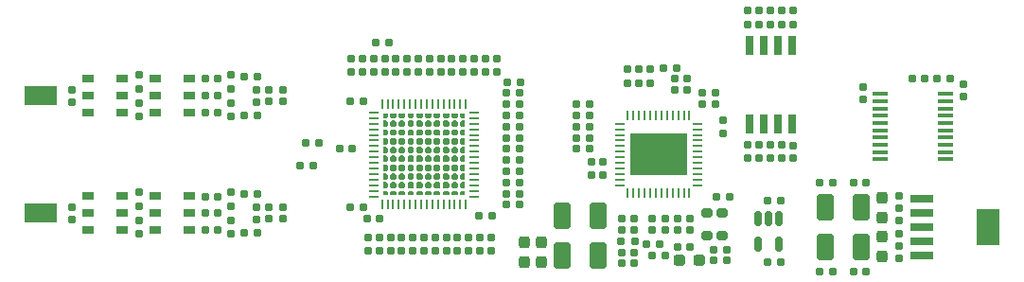
<source format=gtp>
G04 #@! TF.GenerationSoftware,KiCad,Pcbnew,8.0.3*
G04 #@! TF.CreationDate,2024-06-24T09:54:46+02:00*
G04 #@! TF.ProjectId,Phase Amplitude Detector,50686173-6520-4416-9d70-6c6974756465,rev?*
G04 #@! TF.SameCoordinates,Original*
G04 #@! TF.FileFunction,Paste,Top*
G04 #@! TF.FilePolarity,Positive*
%FSLAX46Y46*%
G04 Gerber Fmt 4.6, Leading zero omitted, Abs format (unit mm)*
G04 Created by KiCad (PCBNEW 8.0.3) date 2024-06-24 09:54:46*
%MOMM*%
%LPD*%
G01*
G04 APERTURE LIST*
G04 Aperture macros list*
%AMRoundRect*
0 Rectangle with rounded corners*
0 $1 Rounding radius*
0 $2 $3 $4 $5 $6 $7 $8 $9 X,Y pos of 4 corners*
0 Add a 4 corners polygon primitive as box body*
4,1,4,$2,$3,$4,$5,$6,$7,$8,$9,$2,$3,0*
0 Add four circle primitives for the rounded corners*
1,1,$1+$1,$2,$3*
1,1,$1+$1,$4,$5*
1,1,$1+$1,$6,$7*
1,1,$1+$1,$8,$9*
0 Add four rect primitives between the rounded corners*
20,1,$1+$1,$2,$3,$4,$5,0*
20,1,$1+$1,$4,$5,$6,$7,0*
20,1,$1+$1,$6,$7,$8,$9,0*
20,1,$1+$1,$8,$9,$2,$3,0*%
G04 Aperture macros list end*
%ADD10C,0.000000*%
%ADD11RoundRect,0.155000X-0.212500X-0.155000X0.212500X-0.155000X0.212500X0.155000X-0.212500X0.155000X0*%
%ADD12RoundRect,0.160000X0.197500X0.160000X-0.197500X0.160000X-0.197500X-0.160000X0.197500X-0.160000X0*%
%ADD13RoundRect,0.160000X-0.197500X-0.160000X0.197500X-0.160000X0.197500X0.160000X-0.197500X0.160000X0*%
%ADD14RoundRect,0.160000X-0.160000X0.197500X-0.160000X-0.197500X0.160000X-0.197500X0.160000X0.197500X0*%
%ADD15R,1.140000X0.760000*%
%ADD16RoundRect,0.160000X0.160000X-0.197500X0.160000X0.197500X-0.160000X0.197500X-0.160000X-0.197500X0*%
%ADD17RoundRect,0.250001X-0.499999X-0.924999X0.499999X-0.924999X0.499999X0.924999X-0.499999X0.924999X0*%
%ADD18RoundRect,0.155000X-0.155000X0.212500X-0.155000X-0.212500X0.155000X-0.212500X0.155000X0.212500X0*%
%ADD19RoundRect,0.250001X0.499999X0.924999X-0.499999X0.924999X-0.499999X-0.924999X0.499999X-0.924999X0*%
%ADD20RoundRect,0.237500X0.287500X0.237500X-0.287500X0.237500X-0.287500X-0.237500X0.287500X-0.237500X0*%
%ADD21RoundRect,0.155000X0.212500X0.155000X-0.212500X0.155000X-0.212500X-0.155000X0.212500X-0.155000X0*%
%ADD22RoundRect,0.155000X0.155000X-0.212500X0.155000X0.212500X-0.155000X0.212500X-0.155000X-0.212500X0*%
%ADD23R,3.000000X1.750000*%
%ADD24R,0.280000X0.850000*%
%ADD25R,0.850000X0.280000*%
%ADD26R,0.650000X1.785000*%
%ADD27RoundRect,0.150000X-0.150000X0.512500X-0.150000X-0.512500X0.150000X-0.512500X0.150000X0.512500X0*%
%ADD28RoundRect,0.237500X0.237500X-0.287500X0.237500X0.287500X-0.237500X0.287500X-0.237500X-0.287500X0*%
%ADD29R,1.475000X0.450000*%
%ADD30RoundRect,0.237500X-0.237500X0.287500X-0.237500X-0.287500X0.237500X-0.287500X0.237500X0.287500X0*%
%ADD31R,2.000000X0.650000*%
%ADD32R,2.000000X3.200000*%
%ADD33R,0.254800X0.857199*%
%ADD34R,0.857199X0.254800*%
%ADD35R,5.080000X3.810000*%
%ADD36RoundRect,0.200000X0.300000X0.200000X-0.300000X0.200000X-0.300000X-0.200000X0.300000X-0.200000X0*%
G04 APERTURE END LIST*
D10*
G36*
X89994239Y-60597819D02*
G01*
X89852818Y-60739240D01*
X89618769Y-60739240D01*
X89618769Y-60363770D01*
X89994239Y-60363770D01*
X89994239Y-60597819D01*
G37*
G36*
X89994239Y-67379861D02*
G01*
X89994239Y-67613910D01*
X89618769Y-67613910D01*
X89618769Y-67238440D01*
X89852818Y-67238440D01*
X89994239Y-67379861D01*
G37*
G36*
X96868909Y-60739240D02*
G01*
X96634860Y-60739240D01*
X96493439Y-60597819D01*
X96493439Y-60363770D01*
X96868909Y-60363770D01*
X96868909Y-60739240D01*
G37*
G36*
X96868909Y-67613910D02*
G01*
X96493439Y-67613910D01*
X96493439Y-67379861D01*
X96634860Y-67238440D01*
X96868909Y-67238440D01*
X96868909Y-67613910D01*
G37*
G36*
X89994239Y-61080661D02*
G01*
X89994239Y-61385219D01*
X89852818Y-61526640D01*
X89618769Y-61526640D01*
X89618769Y-60939240D01*
X89852818Y-60939240D01*
X89994239Y-61080661D01*
G37*
G36*
X89994239Y-61868061D02*
G01*
X89994239Y-62172619D01*
X89852818Y-62314040D01*
X89618769Y-62314040D01*
X89618769Y-61726640D01*
X89852818Y-61726640D01*
X89994239Y-61868061D01*
G37*
G36*
X89994239Y-62655461D02*
G01*
X89994239Y-62960019D01*
X89852818Y-63101440D01*
X89618769Y-63101440D01*
X89618769Y-62514040D01*
X89852818Y-62514040D01*
X89994239Y-62655461D01*
G37*
G36*
X89994239Y-63442861D02*
G01*
X89994239Y-63747419D01*
X89852818Y-63888840D01*
X89618769Y-63888840D01*
X89618769Y-63301440D01*
X89852818Y-63301440D01*
X89994239Y-63442861D01*
G37*
G36*
X89994239Y-64230261D02*
G01*
X89994239Y-64534819D01*
X89852818Y-64676240D01*
X89618769Y-64676240D01*
X89618769Y-64088840D01*
X89852818Y-64088840D01*
X89994239Y-64230261D01*
G37*
G36*
X89994239Y-65017661D02*
G01*
X89994239Y-65322219D01*
X89852818Y-65463640D01*
X89618769Y-65463640D01*
X89618769Y-64876240D01*
X89852818Y-64876240D01*
X89994239Y-65017661D01*
G37*
G36*
X89994239Y-65805061D02*
G01*
X89994239Y-66109619D01*
X89852818Y-66251040D01*
X89618769Y-66251040D01*
X89618769Y-65663640D01*
X89852818Y-65663640D01*
X89994239Y-65805061D01*
G37*
G36*
X89994239Y-66592461D02*
G01*
X89994239Y-66897019D01*
X89852818Y-67038440D01*
X89618769Y-67038440D01*
X89618769Y-66451040D01*
X89852818Y-66451040D01*
X89994239Y-66592461D01*
G37*
G36*
X90781639Y-60597819D02*
G01*
X90640218Y-60739240D01*
X90335660Y-60739240D01*
X90194239Y-60597819D01*
X90194239Y-60363770D01*
X90781639Y-60363770D01*
X90781639Y-60597819D01*
G37*
G36*
X90781639Y-67379861D02*
G01*
X90781639Y-67613910D01*
X90194239Y-67613910D01*
X90194239Y-67379861D01*
X90335660Y-67238440D01*
X90640218Y-67238440D01*
X90781639Y-67379861D01*
G37*
G36*
X91569039Y-60597819D02*
G01*
X91427618Y-60739240D01*
X91123060Y-60739240D01*
X90981639Y-60597819D01*
X90981639Y-60363770D01*
X91569039Y-60363770D01*
X91569039Y-60597819D01*
G37*
G36*
X91569039Y-67379861D02*
G01*
X91569039Y-67613910D01*
X90981639Y-67613910D01*
X90981639Y-67379861D01*
X91123060Y-67238440D01*
X91427618Y-67238440D01*
X91569039Y-67379861D01*
G37*
G36*
X92356439Y-60597819D02*
G01*
X92215018Y-60739240D01*
X91910460Y-60739240D01*
X91769039Y-60597819D01*
X91769039Y-60363770D01*
X92356439Y-60363770D01*
X92356439Y-60597819D01*
G37*
G36*
X92356439Y-67379861D02*
G01*
X92356439Y-67613910D01*
X91769039Y-67613910D01*
X91769039Y-67379861D01*
X91910460Y-67238440D01*
X92215018Y-67238440D01*
X92356439Y-67379861D01*
G37*
G36*
X93143839Y-60597819D02*
G01*
X93002418Y-60739240D01*
X92697860Y-60739240D01*
X92556439Y-60597819D01*
X92556439Y-60363770D01*
X93143839Y-60363770D01*
X93143839Y-60597819D01*
G37*
G36*
X93143839Y-67379861D02*
G01*
X93143839Y-67613910D01*
X92556439Y-67613910D01*
X92556439Y-67379861D01*
X92697860Y-67238440D01*
X93002418Y-67238440D01*
X93143839Y-67379861D01*
G37*
G36*
X93931239Y-60597819D02*
G01*
X93789818Y-60739240D01*
X93485260Y-60739240D01*
X93343839Y-60597819D01*
X93343839Y-60363770D01*
X93931239Y-60363770D01*
X93931239Y-60597819D01*
G37*
G36*
X93931239Y-67379861D02*
G01*
X93931239Y-67613910D01*
X93343839Y-67613910D01*
X93343839Y-67379861D01*
X93485260Y-67238440D01*
X93789818Y-67238440D01*
X93931239Y-67379861D01*
G37*
G36*
X94718639Y-60597819D02*
G01*
X94577218Y-60739240D01*
X94272660Y-60739240D01*
X94131239Y-60597819D01*
X94131239Y-60363770D01*
X94718639Y-60363770D01*
X94718639Y-60597819D01*
G37*
G36*
X94718639Y-67379861D02*
G01*
X94718639Y-67613910D01*
X94131239Y-67613910D01*
X94131239Y-67379861D01*
X94272660Y-67238440D01*
X94577218Y-67238440D01*
X94718639Y-67379861D01*
G37*
G36*
X95506039Y-60597819D02*
G01*
X95364618Y-60739240D01*
X95060060Y-60739240D01*
X94918639Y-60597819D01*
X94918639Y-60363770D01*
X95506039Y-60363770D01*
X95506039Y-60597819D01*
G37*
G36*
X95506039Y-67379861D02*
G01*
X95506039Y-67613910D01*
X94918639Y-67613910D01*
X94918639Y-67379861D01*
X95060060Y-67238440D01*
X95364618Y-67238440D01*
X95506039Y-67379861D01*
G37*
G36*
X96293439Y-60597819D02*
G01*
X96152018Y-60739240D01*
X95847460Y-60739240D01*
X95706039Y-60597819D01*
X95706039Y-60363770D01*
X96293439Y-60363770D01*
X96293439Y-60597819D01*
G37*
G36*
X96293439Y-67379861D02*
G01*
X96293439Y-67613910D01*
X95706039Y-67613910D01*
X95706039Y-67379861D01*
X95847460Y-67238440D01*
X96152018Y-67238440D01*
X96293439Y-67379861D01*
G37*
G36*
X96868909Y-61526640D02*
G01*
X96634860Y-61526640D01*
X96493439Y-61385219D01*
X96493439Y-61080661D01*
X96634860Y-60939240D01*
X96868909Y-60939240D01*
X96868909Y-61526640D01*
G37*
G36*
X96868909Y-62314040D02*
G01*
X96634860Y-62314040D01*
X96493439Y-62172619D01*
X96493439Y-61868061D01*
X96634860Y-61726640D01*
X96868909Y-61726640D01*
X96868909Y-62314040D01*
G37*
G36*
X96868909Y-63101440D02*
G01*
X96634860Y-63101440D01*
X96493439Y-62960019D01*
X96493439Y-62655461D01*
X96634860Y-62514040D01*
X96868909Y-62514040D01*
X96868909Y-63101440D01*
G37*
G36*
X96868909Y-63888840D02*
G01*
X96634860Y-63888840D01*
X96493439Y-63747419D01*
X96493439Y-63442861D01*
X96634860Y-63301440D01*
X96868909Y-63301440D01*
X96868909Y-63888840D01*
G37*
G36*
X96868909Y-64676240D02*
G01*
X96634860Y-64676240D01*
X96493439Y-64534819D01*
X96493439Y-64230261D01*
X96634860Y-64088840D01*
X96868909Y-64088840D01*
X96868909Y-64676240D01*
G37*
G36*
X96868909Y-65463640D02*
G01*
X96634860Y-65463640D01*
X96493439Y-65322219D01*
X96493439Y-65017661D01*
X96634860Y-64876240D01*
X96868909Y-64876240D01*
X96868909Y-65463640D01*
G37*
G36*
X96868909Y-66251040D02*
G01*
X96634860Y-66251040D01*
X96493439Y-66109619D01*
X96493439Y-65805061D01*
X96634860Y-65663640D01*
X96868909Y-65663640D01*
X96868909Y-66251040D01*
G37*
G36*
X96868909Y-67038440D02*
G01*
X96634860Y-67038440D01*
X96493439Y-66897019D01*
X96493439Y-66592461D01*
X96634860Y-66451040D01*
X96868909Y-66451040D01*
X96868909Y-67038440D01*
G37*
G36*
X90781639Y-61080661D02*
G01*
X90781639Y-61385219D01*
X90640218Y-61526640D01*
X90335660Y-61526640D01*
X90194239Y-61385219D01*
X90194239Y-61080661D01*
X90335660Y-60939240D01*
X90640218Y-60939240D01*
X90781639Y-61080661D01*
G37*
G36*
X90781639Y-61868061D02*
G01*
X90781639Y-62172619D01*
X90640218Y-62314040D01*
X90335660Y-62314040D01*
X90194239Y-62172619D01*
X90194239Y-61868061D01*
X90335660Y-61726640D01*
X90640218Y-61726640D01*
X90781639Y-61868061D01*
G37*
G36*
X90781639Y-62655461D02*
G01*
X90781639Y-62960019D01*
X90640218Y-63101440D01*
X90335660Y-63101440D01*
X90194239Y-62960019D01*
X90194239Y-62655461D01*
X90335660Y-62514040D01*
X90640218Y-62514040D01*
X90781639Y-62655461D01*
G37*
G36*
X90781639Y-63442861D02*
G01*
X90781639Y-63747419D01*
X90640218Y-63888840D01*
X90335660Y-63888840D01*
X90194239Y-63747419D01*
X90194239Y-63442861D01*
X90335660Y-63301440D01*
X90640218Y-63301440D01*
X90781639Y-63442861D01*
G37*
G36*
X90781639Y-64230261D02*
G01*
X90781639Y-64534819D01*
X90640218Y-64676240D01*
X90335660Y-64676240D01*
X90194239Y-64534819D01*
X90194239Y-64230261D01*
X90335660Y-64088840D01*
X90640218Y-64088840D01*
X90781639Y-64230261D01*
G37*
G36*
X90781639Y-65017661D02*
G01*
X90781639Y-65322219D01*
X90640218Y-65463640D01*
X90335660Y-65463640D01*
X90194239Y-65322219D01*
X90194239Y-65017661D01*
X90335660Y-64876240D01*
X90640218Y-64876240D01*
X90781639Y-65017661D01*
G37*
G36*
X90781639Y-65805061D02*
G01*
X90781639Y-66109619D01*
X90640218Y-66251040D01*
X90335660Y-66251040D01*
X90194239Y-66109619D01*
X90194239Y-65805061D01*
X90335660Y-65663640D01*
X90640218Y-65663640D01*
X90781639Y-65805061D01*
G37*
G36*
X90781639Y-66592461D02*
G01*
X90781639Y-66897019D01*
X90640218Y-67038440D01*
X90335660Y-67038440D01*
X90194239Y-66897019D01*
X90194239Y-66592461D01*
X90335660Y-66451040D01*
X90640218Y-66451040D01*
X90781639Y-66592461D01*
G37*
G36*
X91569039Y-61080661D02*
G01*
X91569039Y-61385219D01*
X91427618Y-61526640D01*
X91123060Y-61526640D01*
X90981639Y-61385219D01*
X90981639Y-61080661D01*
X91123060Y-60939240D01*
X91427618Y-60939240D01*
X91569039Y-61080661D01*
G37*
G36*
X91569039Y-61868061D02*
G01*
X91569039Y-62172619D01*
X91427618Y-62314040D01*
X91123060Y-62314040D01*
X90981639Y-62172619D01*
X90981639Y-61868061D01*
X91123060Y-61726640D01*
X91427618Y-61726640D01*
X91569039Y-61868061D01*
G37*
G36*
X91569039Y-62655461D02*
G01*
X91569039Y-62960019D01*
X91427618Y-63101440D01*
X91123060Y-63101440D01*
X90981639Y-62960019D01*
X90981639Y-62655461D01*
X91123060Y-62514040D01*
X91427618Y-62514040D01*
X91569039Y-62655461D01*
G37*
G36*
X91569039Y-63442861D02*
G01*
X91569039Y-63747419D01*
X91427618Y-63888840D01*
X91123060Y-63888840D01*
X90981639Y-63747419D01*
X90981639Y-63442861D01*
X91123060Y-63301440D01*
X91427618Y-63301440D01*
X91569039Y-63442861D01*
G37*
G36*
X91569039Y-64230261D02*
G01*
X91569039Y-64534819D01*
X91427618Y-64676240D01*
X91123060Y-64676240D01*
X90981639Y-64534819D01*
X90981639Y-64230261D01*
X91123060Y-64088840D01*
X91427618Y-64088840D01*
X91569039Y-64230261D01*
G37*
G36*
X91569039Y-65017661D02*
G01*
X91569039Y-65322219D01*
X91427618Y-65463640D01*
X91123060Y-65463640D01*
X90981639Y-65322219D01*
X90981639Y-65017661D01*
X91123060Y-64876240D01*
X91427618Y-64876240D01*
X91569039Y-65017661D01*
G37*
G36*
X91569039Y-65805061D02*
G01*
X91569039Y-66109619D01*
X91427618Y-66251040D01*
X91123060Y-66251040D01*
X90981639Y-66109619D01*
X90981639Y-65805061D01*
X91123060Y-65663640D01*
X91427618Y-65663640D01*
X91569039Y-65805061D01*
G37*
G36*
X91569039Y-66592461D02*
G01*
X91569039Y-66897019D01*
X91427618Y-67038440D01*
X91123060Y-67038440D01*
X90981639Y-66897019D01*
X90981639Y-66592461D01*
X91123060Y-66451040D01*
X91427618Y-66451040D01*
X91569039Y-66592461D01*
G37*
G36*
X92356439Y-61080661D02*
G01*
X92356439Y-61385219D01*
X92215018Y-61526640D01*
X91910460Y-61526640D01*
X91769039Y-61385219D01*
X91769039Y-61080661D01*
X91910460Y-60939240D01*
X92215018Y-60939240D01*
X92356439Y-61080661D01*
G37*
G36*
X92356439Y-61868061D02*
G01*
X92356439Y-62172619D01*
X92215018Y-62314040D01*
X91910460Y-62314040D01*
X91769039Y-62172619D01*
X91769039Y-61868061D01*
X91910460Y-61726640D01*
X92215018Y-61726640D01*
X92356439Y-61868061D01*
G37*
G36*
X92356439Y-62655461D02*
G01*
X92356439Y-62960019D01*
X92215018Y-63101440D01*
X91910460Y-63101440D01*
X91769039Y-62960019D01*
X91769039Y-62655461D01*
X91910460Y-62514040D01*
X92215018Y-62514040D01*
X92356439Y-62655461D01*
G37*
G36*
X92356439Y-63442861D02*
G01*
X92356439Y-63747419D01*
X92215018Y-63888840D01*
X91910460Y-63888840D01*
X91769039Y-63747419D01*
X91769039Y-63442861D01*
X91910460Y-63301440D01*
X92215018Y-63301440D01*
X92356439Y-63442861D01*
G37*
G36*
X92356439Y-64230261D02*
G01*
X92356439Y-64534819D01*
X92215018Y-64676240D01*
X91910460Y-64676240D01*
X91769039Y-64534819D01*
X91769039Y-64230261D01*
X91910460Y-64088840D01*
X92215018Y-64088840D01*
X92356439Y-64230261D01*
G37*
G36*
X92356439Y-65017661D02*
G01*
X92356439Y-65322219D01*
X92215018Y-65463640D01*
X91910460Y-65463640D01*
X91769039Y-65322219D01*
X91769039Y-65017661D01*
X91910460Y-64876240D01*
X92215018Y-64876240D01*
X92356439Y-65017661D01*
G37*
G36*
X92356439Y-65805061D02*
G01*
X92356439Y-66109619D01*
X92215018Y-66251040D01*
X91910460Y-66251040D01*
X91769039Y-66109619D01*
X91769039Y-65805061D01*
X91910460Y-65663640D01*
X92215018Y-65663640D01*
X92356439Y-65805061D01*
G37*
G36*
X92356439Y-66592461D02*
G01*
X92356439Y-66897019D01*
X92215018Y-67038440D01*
X91910460Y-67038440D01*
X91769039Y-66897019D01*
X91769039Y-66592461D01*
X91910460Y-66451040D01*
X92215018Y-66451040D01*
X92356439Y-66592461D01*
G37*
G36*
X93143839Y-61080661D02*
G01*
X93143839Y-61385219D01*
X93002418Y-61526640D01*
X92697860Y-61526640D01*
X92556439Y-61385219D01*
X92556439Y-61080661D01*
X92697860Y-60939240D01*
X93002418Y-60939240D01*
X93143839Y-61080661D01*
G37*
G36*
X93143839Y-61868061D02*
G01*
X93143839Y-62172619D01*
X93002418Y-62314040D01*
X92697860Y-62314040D01*
X92556439Y-62172619D01*
X92556439Y-61868061D01*
X92697860Y-61726640D01*
X93002418Y-61726640D01*
X93143839Y-61868061D01*
G37*
G36*
X93143839Y-62655461D02*
G01*
X93143839Y-62960019D01*
X93002418Y-63101440D01*
X92697860Y-63101440D01*
X92556439Y-62960019D01*
X92556439Y-62655461D01*
X92697860Y-62514040D01*
X93002418Y-62514040D01*
X93143839Y-62655461D01*
G37*
G36*
X93143839Y-63442861D02*
G01*
X93143839Y-63747419D01*
X93002418Y-63888840D01*
X92697860Y-63888840D01*
X92556439Y-63747419D01*
X92556439Y-63442861D01*
X92697860Y-63301440D01*
X93002418Y-63301440D01*
X93143839Y-63442861D01*
G37*
G36*
X93143839Y-64230261D02*
G01*
X93143839Y-64534819D01*
X93002418Y-64676240D01*
X92697860Y-64676240D01*
X92556439Y-64534819D01*
X92556439Y-64230261D01*
X92697860Y-64088840D01*
X93002418Y-64088840D01*
X93143839Y-64230261D01*
G37*
G36*
X93143839Y-65017661D02*
G01*
X93143839Y-65322219D01*
X93002418Y-65463640D01*
X92697860Y-65463640D01*
X92556439Y-65322219D01*
X92556439Y-65017661D01*
X92697860Y-64876240D01*
X93002418Y-64876240D01*
X93143839Y-65017661D01*
G37*
G36*
X93143839Y-65805061D02*
G01*
X93143839Y-66109619D01*
X93002418Y-66251040D01*
X92697860Y-66251040D01*
X92556439Y-66109619D01*
X92556439Y-65805061D01*
X92697860Y-65663640D01*
X93002418Y-65663640D01*
X93143839Y-65805061D01*
G37*
G36*
X93143839Y-66592461D02*
G01*
X93143839Y-66897019D01*
X93002418Y-67038440D01*
X92697860Y-67038440D01*
X92556439Y-66897019D01*
X92556439Y-66592461D01*
X92697860Y-66451040D01*
X93002418Y-66451040D01*
X93143839Y-66592461D01*
G37*
G36*
X93931239Y-61080661D02*
G01*
X93931239Y-61385219D01*
X93789818Y-61526640D01*
X93485260Y-61526640D01*
X93343839Y-61385219D01*
X93343839Y-61080661D01*
X93485260Y-60939240D01*
X93789818Y-60939240D01*
X93931239Y-61080661D01*
G37*
G36*
X93931239Y-61868061D02*
G01*
X93931239Y-62172619D01*
X93789818Y-62314040D01*
X93485260Y-62314040D01*
X93343839Y-62172619D01*
X93343839Y-61868061D01*
X93485260Y-61726640D01*
X93789818Y-61726640D01*
X93931239Y-61868061D01*
G37*
G36*
X93931239Y-62655461D02*
G01*
X93931239Y-62960019D01*
X93789818Y-63101440D01*
X93485260Y-63101440D01*
X93343839Y-62960019D01*
X93343839Y-62655461D01*
X93485260Y-62514040D01*
X93789818Y-62514040D01*
X93931239Y-62655461D01*
G37*
G36*
X93931239Y-63442861D02*
G01*
X93931239Y-63747419D01*
X93789818Y-63888840D01*
X93485260Y-63888840D01*
X93343839Y-63747419D01*
X93343839Y-63442861D01*
X93485260Y-63301440D01*
X93789818Y-63301440D01*
X93931239Y-63442861D01*
G37*
G36*
X93931239Y-64230261D02*
G01*
X93931239Y-64534819D01*
X93789818Y-64676240D01*
X93485260Y-64676240D01*
X93343839Y-64534819D01*
X93343839Y-64230261D01*
X93485260Y-64088840D01*
X93789818Y-64088840D01*
X93931239Y-64230261D01*
G37*
G36*
X93931239Y-65017661D02*
G01*
X93931239Y-65322219D01*
X93789818Y-65463640D01*
X93485260Y-65463640D01*
X93343839Y-65322219D01*
X93343839Y-65017661D01*
X93485260Y-64876240D01*
X93789818Y-64876240D01*
X93931239Y-65017661D01*
G37*
G36*
X93931239Y-65805061D02*
G01*
X93931239Y-66109619D01*
X93789818Y-66251040D01*
X93485260Y-66251040D01*
X93343839Y-66109619D01*
X93343839Y-65805061D01*
X93485260Y-65663640D01*
X93789818Y-65663640D01*
X93931239Y-65805061D01*
G37*
G36*
X93931239Y-66592461D02*
G01*
X93931239Y-66897019D01*
X93789818Y-67038440D01*
X93485260Y-67038440D01*
X93343839Y-66897019D01*
X93343839Y-66592461D01*
X93485260Y-66451040D01*
X93789818Y-66451040D01*
X93931239Y-66592461D01*
G37*
G36*
X94718639Y-61080661D02*
G01*
X94718639Y-61385219D01*
X94577218Y-61526640D01*
X94272660Y-61526640D01*
X94131239Y-61385219D01*
X94131239Y-61080661D01*
X94272660Y-60939240D01*
X94577218Y-60939240D01*
X94718639Y-61080661D01*
G37*
G36*
X94718639Y-61868061D02*
G01*
X94718639Y-62172619D01*
X94577218Y-62314040D01*
X94272660Y-62314040D01*
X94131239Y-62172619D01*
X94131239Y-61868061D01*
X94272660Y-61726640D01*
X94577218Y-61726640D01*
X94718639Y-61868061D01*
G37*
G36*
X94718639Y-62655461D02*
G01*
X94718639Y-62960019D01*
X94577218Y-63101440D01*
X94272660Y-63101440D01*
X94131239Y-62960019D01*
X94131239Y-62655461D01*
X94272660Y-62514040D01*
X94577218Y-62514040D01*
X94718639Y-62655461D01*
G37*
G36*
X94718639Y-63442861D02*
G01*
X94718639Y-63747419D01*
X94577218Y-63888840D01*
X94272660Y-63888840D01*
X94131239Y-63747419D01*
X94131239Y-63442861D01*
X94272660Y-63301440D01*
X94577218Y-63301440D01*
X94718639Y-63442861D01*
G37*
G36*
X94718639Y-64230261D02*
G01*
X94718639Y-64534819D01*
X94577218Y-64676240D01*
X94272660Y-64676240D01*
X94131239Y-64534819D01*
X94131239Y-64230261D01*
X94272660Y-64088840D01*
X94577218Y-64088840D01*
X94718639Y-64230261D01*
G37*
G36*
X94718639Y-65017661D02*
G01*
X94718639Y-65322219D01*
X94577218Y-65463640D01*
X94272660Y-65463640D01*
X94131239Y-65322219D01*
X94131239Y-65017661D01*
X94272660Y-64876240D01*
X94577218Y-64876240D01*
X94718639Y-65017661D01*
G37*
G36*
X94718639Y-65805061D02*
G01*
X94718639Y-66109619D01*
X94577218Y-66251040D01*
X94272660Y-66251040D01*
X94131239Y-66109619D01*
X94131239Y-65805061D01*
X94272660Y-65663640D01*
X94577218Y-65663640D01*
X94718639Y-65805061D01*
G37*
G36*
X94718639Y-66592461D02*
G01*
X94718639Y-66897019D01*
X94577218Y-67038440D01*
X94272660Y-67038440D01*
X94131239Y-66897019D01*
X94131239Y-66592461D01*
X94272660Y-66451040D01*
X94577218Y-66451040D01*
X94718639Y-66592461D01*
G37*
G36*
X95506039Y-61080661D02*
G01*
X95506039Y-61385219D01*
X95364618Y-61526640D01*
X95060060Y-61526640D01*
X94918639Y-61385219D01*
X94918639Y-61080661D01*
X95060060Y-60939240D01*
X95364618Y-60939240D01*
X95506039Y-61080661D01*
G37*
G36*
X95506039Y-61868061D02*
G01*
X95506039Y-62172619D01*
X95364618Y-62314040D01*
X95060060Y-62314040D01*
X94918639Y-62172619D01*
X94918639Y-61868061D01*
X95060060Y-61726640D01*
X95364618Y-61726640D01*
X95506039Y-61868061D01*
G37*
G36*
X95506039Y-62655461D02*
G01*
X95506039Y-62960019D01*
X95364618Y-63101440D01*
X95060060Y-63101440D01*
X94918639Y-62960019D01*
X94918639Y-62655461D01*
X95060060Y-62514040D01*
X95364618Y-62514040D01*
X95506039Y-62655461D01*
G37*
G36*
X95506039Y-63442861D02*
G01*
X95506039Y-63747419D01*
X95364618Y-63888840D01*
X95060060Y-63888840D01*
X94918639Y-63747419D01*
X94918639Y-63442861D01*
X95060060Y-63301440D01*
X95364618Y-63301440D01*
X95506039Y-63442861D01*
G37*
G36*
X95506039Y-64230261D02*
G01*
X95506039Y-64534819D01*
X95364618Y-64676240D01*
X95060060Y-64676240D01*
X94918639Y-64534819D01*
X94918639Y-64230261D01*
X95060060Y-64088840D01*
X95364618Y-64088840D01*
X95506039Y-64230261D01*
G37*
G36*
X95506039Y-65017661D02*
G01*
X95506039Y-65322219D01*
X95364618Y-65463640D01*
X95060060Y-65463640D01*
X94918639Y-65322219D01*
X94918639Y-65017661D01*
X95060060Y-64876240D01*
X95364618Y-64876240D01*
X95506039Y-65017661D01*
G37*
G36*
X95506039Y-65805061D02*
G01*
X95506039Y-66109619D01*
X95364618Y-66251040D01*
X95060060Y-66251040D01*
X94918639Y-66109619D01*
X94918639Y-65805061D01*
X95060060Y-65663640D01*
X95364618Y-65663640D01*
X95506039Y-65805061D01*
G37*
G36*
X95506039Y-66592461D02*
G01*
X95506039Y-66897019D01*
X95364618Y-67038440D01*
X95060060Y-67038440D01*
X94918639Y-66897019D01*
X94918639Y-66592461D01*
X95060060Y-66451040D01*
X95364618Y-66451040D01*
X95506039Y-66592461D01*
G37*
G36*
X96293439Y-61080661D02*
G01*
X96293439Y-61385219D01*
X96152018Y-61526640D01*
X95847460Y-61526640D01*
X95706039Y-61385219D01*
X95706039Y-61080661D01*
X95847460Y-60939240D01*
X96152018Y-60939240D01*
X96293439Y-61080661D01*
G37*
G36*
X96293439Y-61868061D02*
G01*
X96293439Y-62172619D01*
X96152018Y-62314040D01*
X95847460Y-62314040D01*
X95706039Y-62172619D01*
X95706039Y-61868061D01*
X95847460Y-61726640D01*
X96152018Y-61726640D01*
X96293439Y-61868061D01*
G37*
G36*
X96293439Y-62655461D02*
G01*
X96293439Y-62960019D01*
X96152018Y-63101440D01*
X95847460Y-63101440D01*
X95706039Y-62960019D01*
X95706039Y-62655461D01*
X95847460Y-62514040D01*
X96152018Y-62514040D01*
X96293439Y-62655461D01*
G37*
G36*
X96293439Y-63442861D02*
G01*
X96293439Y-63747419D01*
X96152018Y-63888840D01*
X95847460Y-63888840D01*
X95706039Y-63747419D01*
X95706039Y-63442861D01*
X95847460Y-63301440D01*
X96152018Y-63301440D01*
X96293439Y-63442861D01*
G37*
G36*
X96293439Y-64230261D02*
G01*
X96293439Y-64534819D01*
X96152018Y-64676240D01*
X95847460Y-64676240D01*
X95706039Y-64534819D01*
X95706039Y-64230261D01*
X95847460Y-64088840D01*
X96152018Y-64088840D01*
X96293439Y-64230261D01*
G37*
G36*
X96293439Y-65017661D02*
G01*
X96293439Y-65322219D01*
X96152018Y-65463640D01*
X95847460Y-65463640D01*
X95706039Y-65322219D01*
X95706039Y-65017661D01*
X95847460Y-64876240D01*
X96152018Y-64876240D01*
X96293439Y-65017661D01*
G37*
G36*
X96293439Y-65805061D02*
G01*
X96293439Y-66109619D01*
X96152018Y-66251040D01*
X95847460Y-66251040D01*
X95706039Y-66109619D01*
X95706039Y-65805061D01*
X95847460Y-65663640D01*
X96152018Y-65663640D01*
X96293439Y-65805061D01*
G37*
G36*
X96293439Y-66592461D02*
G01*
X96293439Y-66897019D01*
X96152018Y-67038440D01*
X95847460Y-67038440D01*
X95706039Y-66897019D01*
X95706039Y-66592461D01*
X95847460Y-66451040D01*
X96152018Y-66451040D01*
X96293439Y-66592461D01*
G37*
G36*
X112873839Y-63253840D02*
G01*
X111803839Y-63253840D01*
X111803839Y-62183840D01*
X112873839Y-62183840D01*
X112873839Y-63253840D01*
G37*
G36*
X112873839Y-64523840D02*
G01*
X111803839Y-64523840D01*
X111803839Y-63453840D01*
X112873839Y-63453840D01*
X112873839Y-64523840D01*
G37*
G36*
X112873839Y-65793840D02*
G01*
X111803839Y-65793840D01*
X111803839Y-64723840D01*
X112873839Y-64723840D01*
X112873839Y-65793840D01*
G37*
G36*
X114143839Y-63253840D02*
G01*
X113073839Y-63253840D01*
X113073839Y-62183840D01*
X114143839Y-62183840D01*
X114143839Y-63253840D01*
G37*
G36*
X114143839Y-64523840D02*
G01*
X113073839Y-64523840D01*
X113073839Y-63453840D01*
X114143839Y-63453840D01*
X114143839Y-64523840D01*
G37*
G36*
X114143839Y-65793840D02*
G01*
X113073839Y-65793840D01*
X113073839Y-64723840D01*
X114143839Y-64723840D01*
X114143839Y-65793840D01*
G37*
G36*
X115413839Y-63253840D02*
G01*
X114343839Y-63253840D01*
X114343839Y-62183840D01*
X115413839Y-62183840D01*
X115413839Y-63253840D01*
G37*
G36*
X115413839Y-64523840D02*
G01*
X114343839Y-64523840D01*
X114343839Y-63453840D01*
X115413839Y-63453840D01*
X115413839Y-64523840D01*
G37*
G36*
X115413839Y-65793840D02*
G01*
X114343839Y-65793840D01*
X114343839Y-64723840D01*
X115413839Y-64723840D01*
X115413839Y-65793840D01*
G37*
G36*
X116683839Y-63253840D02*
G01*
X115613839Y-63253840D01*
X115613839Y-62183840D01*
X116683839Y-62183840D01*
X116683839Y-63253840D01*
G37*
G36*
X116683839Y-64523840D02*
G01*
X115613839Y-64523840D01*
X115613839Y-63453840D01*
X116683839Y-63453840D01*
X116683839Y-64523840D01*
G37*
G36*
X116683839Y-65793840D02*
G01*
X115613839Y-65793840D01*
X115613839Y-64723840D01*
X116683839Y-64723840D01*
X116683839Y-65793840D01*
G37*
D11*
X73676339Y-60238840D03*
X74811339Y-60238840D03*
D12*
X80591339Y-68738840D03*
X79396339Y-68738840D03*
D13*
X106896339Y-61488840D03*
X108091339Y-61488840D03*
D14*
X125243839Y-51141340D03*
X125243839Y-52336340D03*
X99743839Y-55391340D03*
X99743839Y-56586340D03*
X97243839Y-71391340D03*
X97243839Y-72586340D03*
X92743839Y-55391340D03*
X92743839Y-56586340D03*
D15*
X66269839Y-57218840D03*
X66269839Y-58738840D03*
X66269839Y-60258840D03*
X63219839Y-60258840D03*
X63219839Y-58738840D03*
X63219839Y-57218840D03*
D12*
X115841339Y-56238840D03*
X114646339Y-56238840D03*
D13*
X100646339Y-68488840D03*
X101841339Y-68488840D03*
D11*
X82176339Y-64988840D03*
X83311339Y-64988840D03*
D13*
X100646339Y-59488840D03*
X101841339Y-59488840D03*
D16*
X111493839Y-57586340D03*
X111493839Y-56391340D03*
D13*
X77146339Y-67488840D03*
X78341339Y-67488840D03*
D17*
X105618839Y-69488840D03*
X108868839Y-69488840D03*
D18*
X132493839Y-57921340D03*
X132493839Y-59056340D03*
X135743839Y-69921340D03*
X135743839Y-71056340D03*
D16*
X90243839Y-72586340D03*
X90243839Y-71391340D03*
D19*
X132368839Y-72238840D03*
X129118839Y-72238840D03*
D14*
X75993839Y-67391340D03*
X75993839Y-68586340D03*
X98743839Y-55391340D03*
X98743839Y-56586340D03*
D13*
X119396339Y-67738840D03*
X120591339Y-67738840D03*
D14*
X123243839Y-63141340D03*
X123243839Y-64336340D03*
X96243839Y-71391340D03*
X96243839Y-72586340D03*
D13*
X100646339Y-58488840D03*
X101841339Y-58488840D03*
D11*
X119176339Y-72488840D03*
X120311339Y-72488840D03*
D13*
X100646339Y-66488840D03*
X101841339Y-66488840D03*
D20*
X117868839Y-73488840D03*
X116118839Y-73488840D03*
D13*
X79396339Y-59238840D03*
X80591339Y-59238840D03*
D21*
X112061339Y-69738840D03*
X110926339Y-69738840D03*
D13*
X139146339Y-57238840D03*
X140341339Y-57238840D03*
D21*
X87811339Y-68738840D03*
X86676339Y-68738840D03*
D22*
X78243839Y-59306340D03*
X78243839Y-58171340D03*
D11*
X73676339Y-67738840D03*
X74811339Y-67738840D03*
D13*
X106896339Y-60488840D03*
X108091339Y-60488840D03*
D16*
X91243839Y-72586340D03*
X91243839Y-71391340D03*
D11*
X73676339Y-69238840D03*
X74811339Y-69238840D03*
D23*
X59000000Y-69238840D03*
D14*
X124243839Y-51141340D03*
X124243839Y-52336340D03*
D16*
X86743839Y-56586340D03*
X86743839Y-55391340D03*
X92243839Y-72586340D03*
X92243839Y-71391340D03*
D22*
X126243839Y-64306340D03*
X126243839Y-63171340D03*
D21*
X89311339Y-69738840D03*
X88176339Y-69738840D03*
D14*
X97743839Y-55391340D03*
X97743839Y-56586340D03*
D24*
X96993839Y-59513741D03*
X96493840Y-59513741D03*
X95993839Y-59513741D03*
X95493840Y-59513741D03*
X94993838Y-59513741D03*
X94493839Y-59513741D03*
X93993840Y-59513741D03*
X93493839Y-59513741D03*
X92993839Y-59513741D03*
X92493838Y-59513741D03*
X91993839Y-59513741D03*
X91493840Y-59513741D03*
X90993838Y-59513741D03*
X90493839Y-59513741D03*
X89993838Y-59513741D03*
X89493839Y-59513741D03*
D25*
X88768740Y-60237895D03*
X88768740Y-60738021D03*
X88768740Y-61238147D03*
X88768740Y-61738273D03*
X88768740Y-62238399D03*
X88768740Y-62738525D03*
X88768740Y-63238651D03*
X88768740Y-63738777D03*
X88768740Y-64238903D03*
X88768740Y-64739029D03*
X88768740Y-65239155D03*
X88768740Y-65739281D03*
X88768740Y-66239407D03*
X88768740Y-66739533D03*
X88768740Y-67239659D03*
X88768740Y-67739785D03*
D24*
X89493839Y-68463939D03*
X89993838Y-68463939D03*
X90493839Y-68463939D03*
X90993838Y-68463939D03*
X91493840Y-68463939D03*
X91993839Y-68463939D03*
X92493838Y-68463939D03*
X92993839Y-68463939D03*
X93493839Y-68463939D03*
X93993840Y-68463939D03*
X94493839Y-68463939D03*
X94993838Y-68463939D03*
X95493840Y-68463939D03*
X95993839Y-68463939D03*
X96493840Y-68463939D03*
X96993839Y-68463939D03*
D25*
X97718938Y-67739785D03*
X97718938Y-67239659D03*
X97718938Y-66739533D03*
X97718938Y-66239407D03*
X97718938Y-65739281D03*
X97718938Y-65239155D03*
X97718938Y-64739029D03*
X97718938Y-64238903D03*
X97718938Y-63738777D03*
X97718938Y-63238651D03*
X97718938Y-62738525D03*
X97718938Y-62238399D03*
X97718938Y-61738273D03*
X97718938Y-61238147D03*
X97718938Y-60738021D03*
X97718938Y-60237895D03*
D14*
X99243839Y-71391340D03*
X99243839Y-72586340D03*
D11*
X118176339Y-59488840D03*
X119311339Y-59488840D03*
D14*
X67743839Y-67391340D03*
X67743839Y-68586340D03*
D26*
X126148839Y-54206840D03*
X124878839Y-54206840D03*
X123608839Y-54206840D03*
X122338839Y-54206840D03*
X122338839Y-61270840D03*
X123608839Y-61270840D03*
X124878839Y-61270840D03*
X126148839Y-61270840D03*
D13*
X100646339Y-60488840D03*
X101841339Y-60488840D03*
D14*
X113493839Y-56391340D03*
X113493839Y-57586340D03*
D11*
X136926339Y-57238840D03*
X138061339Y-57238840D03*
D16*
X93243839Y-72586340D03*
X93243839Y-71391340D03*
D13*
X77146339Y-56988840D03*
X78341339Y-56988840D03*
D14*
X91743839Y-55391340D03*
X91743839Y-56586340D03*
D13*
X100646339Y-63488840D03*
X101841339Y-63488840D03*
D27*
X125031338Y-69713840D03*
X124081338Y-69713840D03*
X123131338Y-69713840D03*
X123131338Y-71988840D03*
X125031338Y-71988840D03*
D11*
X128676339Y-74488840D03*
X129811339Y-74488840D03*
X113676339Y-70738840D03*
X114811339Y-70738840D03*
D13*
X100646339Y-64488840D03*
X101841339Y-64488840D03*
D14*
X125243839Y-63141340D03*
X125243839Y-64336340D03*
D13*
X100646339Y-62488840D03*
X101841339Y-62488840D03*
D21*
X125148838Y-68113840D03*
X124013838Y-68113840D03*
X112061339Y-73738840D03*
X110926339Y-73738840D03*
D13*
X79396339Y-69738840D03*
X80591339Y-69738840D03*
D12*
X80591339Y-58238840D03*
X79396339Y-58238840D03*
D21*
X132811339Y-66488840D03*
X131676339Y-66488840D03*
D13*
X100646339Y-65488840D03*
X101841339Y-65488840D03*
D15*
X69243839Y-60256840D03*
X69243839Y-58736840D03*
X69243839Y-57216840D03*
X72293839Y-57216840D03*
X72293839Y-58736840D03*
X72293839Y-60256840D03*
D14*
X75993839Y-56891340D03*
X75993839Y-58086340D03*
D28*
X134243839Y-73113840D03*
X134243839Y-71363840D03*
D21*
X114811339Y-72988840D03*
X113676339Y-72988840D03*
D15*
X66269839Y-67718840D03*
X66269839Y-69238840D03*
X66269839Y-70758840D03*
X63219839Y-70758840D03*
X63219839Y-69238840D03*
X63219839Y-67718840D03*
D14*
X112493839Y-56391340D03*
X112493839Y-57586340D03*
D29*
X134055839Y-58563840D03*
X134055839Y-59213840D03*
X134055839Y-59863840D03*
X134055839Y-60513840D03*
X134055839Y-61163840D03*
X134055839Y-61813840D03*
X134055839Y-62463840D03*
X134055839Y-63113840D03*
X134055839Y-63763840D03*
X134055839Y-64413840D03*
X139931839Y-64413840D03*
X139931839Y-63763840D03*
X139931839Y-63113840D03*
X139931839Y-62463840D03*
X139931839Y-61813840D03*
X139931839Y-61163840D03*
X139931839Y-60513840D03*
X139931839Y-59863840D03*
X139931839Y-59213840D03*
X139931839Y-58563840D03*
D21*
X112061339Y-70738840D03*
X110926339Y-70738840D03*
D13*
X106896339Y-62488840D03*
X108091339Y-62488840D03*
D14*
X88743839Y-55391340D03*
X88743839Y-56586340D03*
D11*
X73676339Y-70738840D03*
X74811339Y-70738840D03*
D14*
X93743839Y-55391340D03*
X93743839Y-56586340D03*
D30*
X102243839Y-71863840D03*
X102243839Y-73613840D03*
X134243839Y-67863840D03*
X134243839Y-69613840D03*
D22*
X61743839Y-69806340D03*
X61743839Y-68671340D03*
D16*
X126243839Y-52336340D03*
X126243839Y-51141340D03*
D19*
X132368839Y-68738840D03*
X129118839Y-68738840D03*
D12*
X90091339Y-53988840D03*
X88896339Y-53988840D03*
D14*
X124243839Y-63141340D03*
X124243839Y-64336340D03*
D11*
X128676339Y-66488840D03*
X129811339Y-66488840D03*
D22*
X135743839Y-73306340D03*
X135743839Y-72171340D03*
D11*
X85676339Y-63488840D03*
X86811339Y-63488840D03*
X100735460Y-57514236D03*
X101870460Y-57514236D03*
X124013838Y-73613840D03*
X125148838Y-73613840D03*
D22*
X61743839Y-59306340D03*
X61743839Y-58171340D03*
D31*
X137743839Y-67948840D03*
X137743839Y-69218840D03*
X137743839Y-70488840D03*
X137743839Y-71758840D03*
X137743839Y-73028840D03*
D32*
X143743839Y-70488840D03*
D16*
X122243839Y-64336340D03*
X122243839Y-63141340D03*
D14*
X94243839Y-71391340D03*
X94243839Y-72586340D03*
D16*
X89243839Y-72586340D03*
X89243839Y-71391340D03*
D22*
X109243839Y-65806340D03*
X109243839Y-64671340D03*
D14*
X122243839Y-51141340D03*
X122243839Y-52336340D03*
D21*
X132811339Y-74488840D03*
X131676339Y-74488840D03*
D14*
X96743839Y-55391340D03*
X96743839Y-56586340D03*
X67743839Y-56891340D03*
X67743839Y-58086340D03*
D17*
X105618839Y-72988840D03*
X108868839Y-72988840D03*
D21*
X120311339Y-73488840D03*
X119176339Y-73488840D03*
D18*
X141493839Y-57671340D03*
X141493839Y-58806340D03*
D11*
X113676339Y-69738840D03*
X114811339Y-69738840D03*
D14*
X98243839Y-71391340D03*
X98243839Y-72586340D03*
D12*
X112091339Y-71738840D03*
X110896339Y-71738840D03*
D13*
X77146339Y-60488840D03*
X78341339Y-60488840D03*
D14*
X89743839Y-55391340D03*
X89743839Y-56586340D03*
D11*
X115676339Y-57238840D03*
X116811339Y-57238840D03*
D16*
X119993839Y-62086340D03*
X119993839Y-60891340D03*
D14*
X95243839Y-71391340D03*
X95243839Y-72586340D03*
D13*
X100646339Y-67488840D03*
X101841339Y-67488840D03*
D14*
X90743839Y-55391340D03*
X90743839Y-56586340D03*
D21*
X87811339Y-59238840D03*
X86676339Y-59238840D03*
X112061339Y-72738840D03*
X110926339Y-72738840D03*
D14*
X95743839Y-55391340D03*
X95743839Y-56586340D03*
D12*
X108091339Y-63488840D03*
X106896339Y-63488840D03*
D11*
X73676339Y-57238840D03*
X74811339Y-57238840D03*
D14*
X94743839Y-55391340D03*
X94743839Y-56586340D03*
X67743839Y-59391340D03*
X67743839Y-60586340D03*
D11*
X82676339Y-62988840D03*
X83811339Y-62988840D03*
D14*
X67743839Y-69891340D03*
X67743839Y-71086340D03*
D13*
X106896339Y-59488840D03*
X108091339Y-59488840D03*
D16*
X88243839Y-72586340D03*
X88243839Y-71391340D03*
D13*
X77146339Y-70988840D03*
X78341339Y-70988840D03*
D11*
X118176339Y-58488840D03*
X119311339Y-58488840D03*
X98176339Y-69488840D03*
X99311339Y-69488840D03*
D13*
X100646339Y-61488840D03*
X101841339Y-61488840D03*
D11*
X115676339Y-58238840D03*
X116811339Y-58238840D03*
X115926339Y-70738840D03*
X117061339Y-70738840D03*
D23*
X59000000Y-58738840D03*
D21*
X114311339Y-71988840D03*
X113176339Y-71988840D03*
D11*
X115926339Y-69738840D03*
X117061339Y-69738840D03*
D33*
X116993839Y-60512240D03*
X116493840Y-60512240D03*
X115993838Y-60512240D03*
X115493839Y-60512240D03*
X114993840Y-60512240D03*
X114493839Y-60512240D03*
X113993839Y-60512240D03*
X113493838Y-60512240D03*
X112993839Y-60512240D03*
X112493840Y-60512240D03*
X111993838Y-60512240D03*
X111493839Y-60512240D03*
D34*
X110767239Y-61238840D03*
X110767239Y-61738839D03*
X110767239Y-62238841D03*
X110767239Y-62738840D03*
X110767239Y-63238839D03*
X110767239Y-63738840D03*
X110767239Y-64238840D03*
X110767239Y-64738841D03*
X110767239Y-65238840D03*
X110767239Y-65738839D03*
X110767239Y-66238841D03*
X110767239Y-66738840D03*
D33*
X111493839Y-67465440D03*
X111993838Y-67465440D03*
X112493840Y-67465440D03*
X112993839Y-67465440D03*
X113493838Y-67465440D03*
X113993839Y-67465440D03*
X114493839Y-67465440D03*
X114993840Y-67465440D03*
X115493839Y-67465440D03*
X115993838Y-67465440D03*
X116493840Y-67465440D03*
X116993839Y-67465440D03*
D34*
X117720439Y-66738840D03*
X117720439Y-66238841D03*
X117720439Y-65738839D03*
X117720439Y-65238840D03*
X117720439Y-64738841D03*
X117720439Y-64238840D03*
X117720439Y-63738840D03*
X117720439Y-63238839D03*
X117720439Y-62738840D03*
X117720439Y-62238841D03*
X117720439Y-61738839D03*
X117720439Y-61238840D03*
D35*
X114243839Y-63988840D03*
D18*
X135743839Y-67671340D03*
X135743839Y-68806340D03*
D30*
X103743839Y-71863840D03*
X103743839Y-73613840D03*
D21*
X117061339Y-72238840D03*
X115926339Y-72238840D03*
D14*
X87743839Y-55391340D03*
X87743839Y-56586340D03*
D36*
X119943839Y-71288840D03*
X119943839Y-69188840D03*
X118543839Y-69188840D03*
X118543839Y-71288840D03*
D14*
X123243839Y-51141340D03*
X123243839Y-52336340D03*
X75993839Y-59391340D03*
X75993839Y-60586340D03*
D15*
X69243839Y-70756840D03*
X69243839Y-69236840D03*
X69243839Y-67716840D03*
X72293839Y-67716840D03*
X72293839Y-69236840D03*
X72293839Y-70756840D03*
D11*
X73676339Y-58738840D03*
X74811339Y-58738840D03*
D22*
X108243839Y-65806340D03*
X108243839Y-64671340D03*
X78243839Y-69806340D03*
X78243839Y-68671340D03*
D14*
X75993839Y-69891340D03*
X75993839Y-71086340D03*
M02*

</source>
